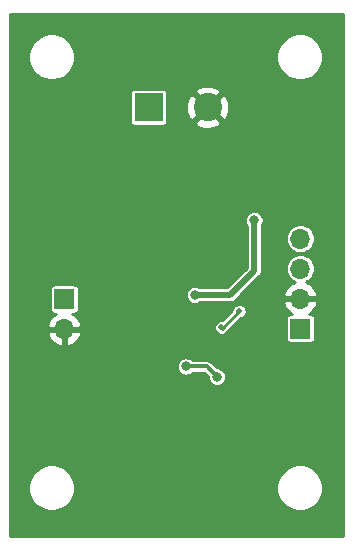
<source format=gbr>
%TF.GenerationSoftware,KiCad,Pcbnew,(5.1.10)-1*%
%TF.CreationDate,2021-09-08T10:04:32-05:00*%
%TF.ProjectId,bq25504_breakout_module,62713235-3530-4345-9f62-7265616b6f75,rev?*%
%TF.SameCoordinates,Original*%
%TF.FileFunction,Copper,L2,Bot*%
%TF.FilePolarity,Positive*%
%FSLAX46Y46*%
G04 Gerber Fmt 4.6, Leading zero omitted, Abs format (unit mm)*
G04 Created by KiCad (PCBNEW (5.1.10)-1) date 2021-09-08 10:04:32*
%MOMM*%
%LPD*%
G01*
G04 APERTURE LIST*
%TA.AperFunction,ComponentPad*%
%ADD10O,1.700000X1.700000*%
%TD*%
%TA.AperFunction,ComponentPad*%
%ADD11R,1.700000X1.700000*%
%TD*%
%TA.AperFunction,ComponentPad*%
%ADD12C,2.400000*%
%TD*%
%TA.AperFunction,ComponentPad*%
%ADD13R,2.400000X2.400000*%
%TD*%
%TA.AperFunction,ViaPad*%
%ADD14C,0.600000*%
%TD*%
%TA.AperFunction,ViaPad*%
%ADD15C,0.800000*%
%TD*%
%TA.AperFunction,ViaPad*%
%ADD16C,0.500000*%
%TD*%
%TA.AperFunction,Conductor*%
%ADD17C,0.508000*%
%TD*%
%TA.AperFunction,Conductor*%
%ADD18C,0.304800*%
%TD*%
%TA.AperFunction,Conductor*%
%ADD19C,0.254000*%
%TD*%
%TA.AperFunction,Conductor*%
%ADD20C,0.100000*%
%TD*%
G04 APERTURE END LIST*
D10*
%TO.P,J2,4*%
%TO.N,VBAT*%
X168000000Y-91380000D03*
%TO.P,J2,3*%
%TO.N,Net-(C5-Pad1)*%
X168000000Y-93920000D03*
%TO.P,J2,2*%
%TO.N,GND*%
X168000000Y-96460000D03*
D11*
%TO.P,J2,1*%
%TO.N,Net-(J2-Pad1)*%
X168000000Y-99000000D03*
%TD*%
D10*
%TO.P,J1,2*%
%TO.N,GND*%
X148000000Y-99040000D03*
D11*
%TO.P,J1,1*%
%TO.N,VDC*%
X148000000Y-96500000D03*
%TD*%
D12*
%TO.P,C4,2*%
%TO.N,GND*%
X160147000Y-80264000D03*
D13*
%TO.P,C4,1*%
%TO.N,VBAT*%
X155147000Y-80264000D03*
%TD*%
D14*
%TO.N,GND*%
X157589220Y-99720400D03*
X158483300Y-98823780D03*
X157604460Y-98808540D03*
X158478220Y-99712780D03*
D15*
X168351200Y-85267800D03*
X169164000Y-80137000D03*
X163576000Y-73406000D03*
X154432000Y-72898000D03*
X150850600Y-73406000D03*
X144678400Y-73406000D03*
X144373600Y-80187800D03*
X144399000Y-87122000D03*
X144475200Y-90474800D03*
X144475200Y-95224600D03*
X144272000Y-102006400D03*
X144246600Y-105333800D03*
X144018000Y-109905800D03*
X144322800Y-115493800D03*
X147599400Y-115824000D03*
X152095200Y-115773200D03*
X158343600Y-115671600D03*
X164566600Y-115646200D03*
X169824400Y-115722400D03*
X170815000Y-111099600D03*
X171018200Y-105333800D03*
X170942000Y-101600000D03*
X170662600Y-95910400D03*
X170713400Y-91541600D03*
X171043600Y-87426800D03*
X166268400Y-82321400D03*
X149555200Y-83693000D03*
X148869400Y-89027000D03*
X158394400Y-89535000D03*
X154508200Y-88493600D03*
X149479000Y-92100400D03*
X165023800Y-95631000D03*
X162280600Y-93624400D03*
X147955000Y-102616000D03*
X148031200Y-107188000D03*
X151282400Y-111912400D03*
X155422600Y-111658400D03*
X160451800Y-111582200D03*
X164642800Y-111277400D03*
X168046400Y-108204000D03*
X168071800Y-103835200D03*
X166852600Y-101041200D03*
%TO.N,VBAT*%
X159054800Y-96139000D03*
X164096700Y-89827100D03*
%TO.N,Net-(R1-Pad1)*%
X158292800Y-102209600D03*
X160934400Y-103073200D03*
D16*
%TO.N,Net-(J2-Pad1)*%
X161315400Y-98907600D03*
X162814000Y-97536000D03*
%TD*%
D17*
%TO.N,VBAT*%
X159029400Y-96139000D02*
X159054800Y-96139000D01*
X164109400Y-94107000D02*
X164109400Y-89839800D01*
X162077400Y-96139000D02*
X164109400Y-94107000D01*
X159054800Y-96139000D02*
X162077400Y-96139000D01*
D18*
%TO.N,Net-(R1-Pad1)*%
X160070800Y-102209600D02*
X160934400Y-103073200D01*
X158292800Y-102209600D02*
X160070800Y-102209600D01*
D19*
%TO.N,Net-(J2-Pad1)*%
X161340800Y-99009200D02*
X162814000Y-97536000D01*
%TD*%
%TO.N,GND*%
X171594001Y-116594000D02*
X143406000Y-116594000D01*
X143406000Y-112276089D01*
X144958000Y-112276089D01*
X144958000Y-112666311D01*
X145034129Y-113049036D01*
X145183461Y-113409555D01*
X145400257Y-113734014D01*
X145676186Y-114009943D01*
X146000645Y-114226739D01*
X146361164Y-114376071D01*
X146743889Y-114452200D01*
X147134111Y-114452200D01*
X147516836Y-114376071D01*
X147877355Y-114226739D01*
X148201814Y-114009943D01*
X148477743Y-113734014D01*
X148694539Y-113409555D01*
X148843871Y-113049036D01*
X148920000Y-112666311D01*
X148920000Y-112276089D01*
X165963800Y-112276089D01*
X165963800Y-112666311D01*
X166039929Y-113049036D01*
X166189261Y-113409555D01*
X166406057Y-113734014D01*
X166681986Y-114009943D01*
X167006445Y-114226739D01*
X167366964Y-114376071D01*
X167749689Y-114452200D01*
X168139911Y-114452200D01*
X168522636Y-114376071D01*
X168883155Y-114226739D01*
X169207614Y-114009943D01*
X169483543Y-113734014D01*
X169700339Y-113409555D01*
X169849671Y-113049036D01*
X169925800Y-112666311D01*
X169925800Y-112276089D01*
X169849671Y-111893364D01*
X169700339Y-111532845D01*
X169483543Y-111208386D01*
X169207614Y-110932457D01*
X168883155Y-110715661D01*
X168522636Y-110566329D01*
X168139911Y-110490200D01*
X167749689Y-110490200D01*
X167366964Y-110566329D01*
X167006445Y-110715661D01*
X166681986Y-110932457D01*
X166406057Y-111208386D01*
X166189261Y-111532845D01*
X166039929Y-111893364D01*
X165963800Y-112276089D01*
X148920000Y-112276089D01*
X148843871Y-111893364D01*
X148694539Y-111532845D01*
X148477743Y-111208386D01*
X148201814Y-110932457D01*
X147877355Y-110715661D01*
X147516836Y-110566329D01*
X147134111Y-110490200D01*
X146743889Y-110490200D01*
X146361164Y-110566329D01*
X146000645Y-110715661D01*
X145676186Y-110932457D01*
X145400257Y-111208386D01*
X145183461Y-111532845D01*
X145034129Y-111893364D01*
X144958000Y-112276089D01*
X143406000Y-112276089D01*
X143406000Y-102132678D01*
X157511800Y-102132678D01*
X157511800Y-102286522D01*
X157541813Y-102437409D01*
X157600687Y-102579542D01*
X157686158Y-102707459D01*
X157794941Y-102816242D01*
X157922858Y-102901713D01*
X158064991Y-102960587D01*
X158215878Y-102990600D01*
X158369722Y-102990600D01*
X158520609Y-102960587D01*
X158662742Y-102901713D01*
X158790659Y-102816242D01*
X158863901Y-102743000D01*
X159849859Y-102743000D01*
X160153400Y-103046541D01*
X160153400Y-103150122D01*
X160183413Y-103301009D01*
X160242287Y-103443142D01*
X160327758Y-103571059D01*
X160436541Y-103679842D01*
X160564458Y-103765313D01*
X160706591Y-103824187D01*
X160857478Y-103854200D01*
X161011322Y-103854200D01*
X161162209Y-103824187D01*
X161304342Y-103765313D01*
X161432259Y-103679842D01*
X161541042Y-103571059D01*
X161626513Y-103443142D01*
X161685387Y-103301009D01*
X161715400Y-103150122D01*
X161715400Y-102996278D01*
X161685387Y-102845391D01*
X161626513Y-102703258D01*
X161541042Y-102575341D01*
X161432259Y-102466558D01*
X161304342Y-102381087D01*
X161162209Y-102322213D01*
X161011322Y-102292200D01*
X160907741Y-102292200D01*
X160466496Y-101850955D01*
X160449795Y-101830605D01*
X160368575Y-101763949D01*
X160275911Y-101714419D01*
X160175365Y-101683919D01*
X160096995Y-101676200D01*
X160096987Y-101676200D01*
X160070800Y-101673621D01*
X160044613Y-101676200D01*
X158863901Y-101676200D01*
X158790659Y-101602958D01*
X158662742Y-101517487D01*
X158520609Y-101458613D01*
X158369722Y-101428600D01*
X158215878Y-101428600D01*
X158064991Y-101458613D01*
X157922858Y-101517487D01*
X157794941Y-101602958D01*
X157686158Y-101711741D01*
X157600687Y-101839658D01*
X157541813Y-101981791D01*
X157511800Y-102132678D01*
X143406000Y-102132678D01*
X143406000Y-99396890D01*
X146558524Y-99396890D01*
X146603175Y-99544099D01*
X146728359Y-99806920D01*
X146902412Y-100040269D01*
X147118645Y-100235178D01*
X147368748Y-100384157D01*
X147643109Y-100481481D01*
X147873000Y-100360814D01*
X147873000Y-99167000D01*
X148127000Y-99167000D01*
X148127000Y-100360814D01*
X148356891Y-100481481D01*
X148631252Y-100384157D01*
X148881355Y-100235178D01*
X149097588Y-100040269D01*
X149271641Y-99806920D01*
X149396825Y-99544099D01*
X149441476Y-99396890D01*
X149320155Y-99167000D01*
X148127000Y-99167000D01*
X147873000Y-99167000D01*
X146679845Y-99167000D01*
X146558524Y-99396890D01*
X143406000Y-99396890D01*
X143406000Y-98683110D01*
X146558524Y-98683110D01*
X146679845Y-98913000D01*
X147873000Y-98913000D01*
X147873000Y-98893000D01*
X148127000Y-98893000D01*
X148127000Y-98913000D01*
X149320155Y-98913000D01*
X149355802Y-98845452D01*
X160684400Y-98845452D01*
X160684400Y-98969748D01*
X160708649Y-99091656D01*
X160756215Y-99206491D01*
X160825270Y-99309839D01*
X160913161Y-99397730D01*
X161016509Y-99466785D01*
X161131344Y-99514351D01*
X161253252Y-99538600D01*
X161377548Y-99538600D01*
X161499456Y-99514351D01*
X161614291Y-99466785D01*
X161717639Y-99397730D01*
X161805530Y-99309839D01*
X161874585Y-99206491D01*
X161883534Y-99184886D01*
X162907696Y-98160725D01*
X162998056Y-98142751D01*
X163112891Y-98095185D01*
X163216239Y-98026130D01*
X163304130Y-97938239D01*
X163373185Y-97834891D01*
X163420751Y-97720056D01*
X163445000Y-97598148D01*
X163445000Y-97473852D01*
X163420751Y-97351944D01*
X163373185Y-97237109D01*
X163304130Y-97133761D01*
X163216239Y-97045870D01*
X163112891Y-96976815D01*
X162998056Y-96929249D01*
X162876148Y-96905000D01*
X162751852Y-96905000D01*
X162629944Y-96929249D01*
X162515109Y-96976815D01*
X162411761Y-97045870D01*
X162323870Y-97133761D01*
X162254815Y-97237109D01*
X162207249Y-97351944D01*
X162189275Y-97442304D01*
X161354980Y-98276600D01*
X161253252Y-98276600D01*
X161131344Y-98300849D01*
X161016509Y-98348415D01*
X160913161Y-98417470D01*
X160825270Y-98505361D01*
X160756215Y-98608709D01*
X160708649Y-98723544D01*
X160684400Y-98845452D01*
X149355802Y-98845452D01*
X149441476Y-98683110D01*
X149396825Y-98535901D01*
X149271641Y-98273080D01*
X149097588Y-98039731D01*
X148881355Y-97844822D01*
X148693367Y-97732843D01*
X148850000Y-97732843D01*
X148924689Y-97725487D01*
X148996508Y-97703701D01*
X149062696Y-97668322D01*
X149120711Y-97620711D01*
X149168322Y-97562696D01*
X149203701Y-97496508D01*
X149225487Y-97424689D01*
X149232843Y-97350000D01*
X149232843Y-96062078D01*
X158273800Y-96062078D01*
X158273800Y-96215922D01*
X158303813Y-96366809D01*
X158362687Y-96508942D01*
X158448158Y-96636859D01*
X158556941Y-96745642D01*
X158684858Y-96831113D01*
X158826991Y-96889987D01*
X158977878Y-96920000D01*
X159131722Y-96920000D01*
X159282609Y-96889987D01*
X159424742Y-96831113D01*
X159446028Y-96816890D01*
X166558524Y-96816890D01*
X166603175Y-96964099D01*
X166728359Y-97226920D01*
X166902412Y-97460269D01*
X167118645Y-97655178D01*
X167306633Y-97767157D01*
X167150000Y-97767157D01*
X167075311Y-97774513D01*
X167003492Y-97796299D01*
X166937304Y-97831678D01*
X166879289Y-97879289D01*
X166831678Y-97937304D01*
X166796299Y-98003492D01*
X166774513Y-98075311D01*
X166767157Y-98150000D01*
X166767157Y-99850000D01*
X166774513Y-99924689D01*
X166796299Y-99996508D01*
X166831678Y-100062696D01*
X166879289Y-100120711D01*
X166937304Y-100168322D01*
X167003492Y-100203701D01*
X167075311Y-100225487D01*
X167150000Y-100232843D01*
X168850000Y-100232843D01*
X168924689Y-100225487D01*
X168996508Y-100203701D01*
X169062696Y-100168322D01*
X169120711Y-100120711D01*
X169168322Y-100062696D01*
X169203701Y-99996508D01*
X169225487Y-99924689D01*
X169232843Y-99850000D01*
X169232843Y-98150000D01*
X169225487Y-98075311D01*
X169203701Y-98003492D01*
X169168322Y-97937304D01*
X169120711Y-97879289D01*
X169062696Y-97831678D01*
X168996508Y-97796299D01*
X168924689Y-97774513D01*
X168850000Y-97767157D01*
X168693367Y-97767157D01*
X168881355Y-97655178D01*
X169097588Y-97460269D01*
X169271641Y-97226920D01*
X169396825Y-96964099D01*
X169441476Y-96816890D01*
X169320155Y-96587000D01*
X168127000Y-96587000D01*
X168127000Y-96607000D01*
X167873000Y-96607000D01*
X167873000Y-96587000D01*
X166679845Y-96587000D01*
X166558524Y-96816890D01*
X159446028Y-96816890D01*
X159510218Y-96774000D01*
X162046219Y-96774000D01*
X162077400Y-96777071D01*
X162108581Y-96774000D01*
X162108592Y-96774000D01*
X162201882Y-96764812D01*
X162321580Y-96728502D01*
X162431894Y-96669537D01*
X162528585Y-96590185D01*
X162548474Y-96565950D01*
X163011314Y-96103110D01*
X166558524Y-96103110D01*
X166679845Y-96333000D01*
X167873000Y-96333000D01*
X167873000Y-96313000D01*
X168127000Y-96313000D01*
X168127000Y-96333000D01*
X169320155Y-96333000D01*
X169441476Y-96103110D01*
X169396825Y-95955901D01*
X169271641Y-95693080D01*
X169097588Y-95459731D01*
X168881355Y-95264822D01*
X168631252Y-95115843D01*
X168468832Y-95058228D01*
X168583097Y-95010898D01*
X168784717Y-94876180D01*
X168956180Y-94704717D01*
X169090898Y-94503097D01*
X169183693Y-94279069D01*
X169231000Y-94041243D01*
X169231000Y-93798757D01*
X169183693Y-93560931D01*
X169090898Y-93336903D01*
X168956180Y-93135283D01*
X168784717Y-92963820D01*
X168583097Y-92829102D01*
X168359069Y-92736307D01*
X168121243Y-92689000D01*
X167878757Y-92689000D01*
X167640931Y-92736307D01*
X167416903Y-92829102D01*
X167215283Y-92963820D01*
X167043820Y-93135283D01*
X166909102Y-93336903D01*
X166816307Y-93560931D01*
X166769000Y-93798757D01*
X166769000Y-94041243D01*
X166816307Y-94279069D01*
X166909102Y-94503097D01*
X167043820Y-94704717D01*
X167215283Y-94876180D01*
X167416903Y-95010898D01*
X167531168Y-95058228D01*
X167368748Y-95115843D01*
X167118645Y-95264822D01*
X166902412Y-95459731D01*
X166728359Y-95693080D01*
X166603175Y-95955901D01*
X166558524Y-96103110D01*
X163011314Y-96103110D01*
X164536356Y-94578069D01*
X164560585Y-94558185D01*
X164595635Y-94515476D01*
X164639938Y-94461494D01*
X164698902Y-94351180D01*
X164698902Y-94351179D01*
X164735212Y-94231482D01*
X164744400Y-94138192D01*
X164744400Y-94138181D01*
X164747471Y-94107000D01*
X164744400Y-94075819D01*
X164744400Y-91258757D01*
X166769000Y-91258757D01*
X166769000Y-91501243D01*
X166816307Y-91739069D01*
X166909102Y-91963097D01*
X167043820Y-92164717D01*
X167215283Y-92336180D01*
X167416903Y-92470898D01*
X167640931Y-92563693D01*
X167878757Y-92611000D01*
X168121243Y-92611000D01*
X168359069Y-92563693D01*
X168583097Y-92470898D01*
X168784717Y-92336180D01*
X168956180Y-92164717D01*
X169090898Y-91963097D01*
X169183693Y-91739069D01*
X169231000Y-91501243D01*
X169231000Y-91258757D01*
X169183693Y-91020931D01*
X169090898Y-90796903D01*
X168956180Y-90595283D01*
X168784717Y-90423820D01*
X168583097Y-90289102D01*
X168359069Y-90196307D01*
X168121243Y-90149000D01*
X167878757Y-90149000D01*
X167640931Y-90196307D01*
X167416903Y-90289102D01*
X167215283Y-90423820D01*
X167043820Y-90595283D01*
X166909102Y-90796903D01*
X166816307Y-91020931D01*
X166769000Y-91258757D01*
X164744400Y-91258757D01*
X164744400Y-90263511D01*
X164788813Y-90197042D01*
X164847687Y-90054909D01*
X164877700Y-89904022D01*
X164877700Y-89750178D01*
X164847687Y-89599291D01*
X164788813Y-89457158D01*
X164703342Y-89329241D01*
X164594559Y-89220458D01*
X164466642Y-89134987D01*
X164324509Y-89076113D01*
X164173622Y-89046100D01*
X164019778Y-89046100D01*
X163868891Y-89076113D01*
X163726758Y-89134987D01*
X163598841Y-89220458D01*
X163490058Y-89329241D01*
X163404587Y-89457158D01*
X163345713Y-89599291D01*
X163315700Y-89750178D01*
X163315700Y-89904022D01*
X163345713Y-90054909D01*
X163404587Y-90197042D01*
X163474401Y-90301526D01*
X163474400Y-93843975D01*
X161814376Y-95504000D01*
X159510218Y-95504000D01*
X159424742Y-95446887D01*
X159282609Y-95388013D01*
X159131722Y-95358000D01*
X158977878Y-95358000D01*
X158826991Y-95388013D01*
X158684858Y-95446887D01*
X158556941Y-95532358D01*
X158448158Y-95641141D01*
X158362687Y-95769058D01*
X158303813Y-95911191D01*
X158273800Y-96062078D01*
X149232843Y-96062078D01*
X149232843Y-95650000D01*
X149225487Y-95575311D01*
X149203701Y-95503492D01*
X149168322Y-95437304D01*
X149120711Y-95379289D01*
X149062696Y-95331678D01*
X148996508Y-95296299D01*
X148924689Y-95274513D01*
X148850000Y-95267157D01*
X147150000Y-95267157D01*
X147075311Y-95274513D01*
X147003492Y-95296299D01*
X146937304Y-95331678D01*
X146879289Y-95379289D01*
X146831678Y-95437304D01*
X146796299Y-95503492D01*
X146774513Y-95575311D01*
X146767157Y-95650000D01*
X146767157Y-97350000D01*
X146774513Y-97424689D01*
X146796299Y-97496508D01*
X146831678Y-97562696D01*
X146879289Y-97620711D01*
X146937304Y-97668322D01*
X147003492Y-97703701D01*
X147075311Y-97725487D01*
X147150000Y-97732843D01*
X147306633Y-97732843D01*
X147118645Y-97844822D01*
X146902412Y-98039731D01*
X146728359Y-98273080D01*
X146603175Y-98535901D01*
X146558524Y-98683110D01*
X143406000Y-98683110D01*
X143406000Y-79064000D01*
X153564157Y-79064000D01*
X153564157Y-81464000D01*
X153571513Y-81538689D01*
X153593299Y-81610508D01*
X153628678Y-81676696D01*
X153676289Y-81734711D01*
X153734304Y-81782322D01*
X153800492Y-81817701D01*
X153872311Y-81839487D01*
X153947000Y-81846843D01*
X156347000Y-81846843D01*
X156421689Y-81839487D01*
X156493508Y-81817701D01*
X156559696Y-81782322D01*
X156617711Y-81734711D01*
X156665322Y-81676696D01*
X156700701Y-81610508D01*
X156721488Y-81541980D01*
X159048626Y-81541980D01*
X159168514Y-81826836D01*
X159492210Y-81987699D01*
X159841069Y-82082322D01*
X160201684Y-82107067D01*
X160560198Y-82060985D01*
X160902833Y-81945846D01*
X161125486Y-81826836D01*
X161245374Y-81541980D01*
X160147000Y-80443605D01*
X159048626Y-81541980D01*
X156721488Y-81541980D01*
X156722487Y-81538689D01*
X156729843Y-81464000D01*
X156729843Y-80318684D01*
X158303933Y-80318684D01*
X158350015Y-80677198D01*
X158465154Y-81019833D01*
X158584164Y-81242486D01*
X158869020Y-81362374D01*
X159967395Y-80264000D01*
X160326605Y-80264000D01*
X161424980Y-81362374D01*
X161709836Y-81242486D01*
X161870699Y-80918790D01*
X161965322Y-80569931D01*
X161990067Y-80209316D01*
X161943985Y-79850802D01*
X161828846Y-79508167D01*
X161709836Y-79285514D01*
X161424980Y-79165626D01*
X160326605Y-80264000D01*
X159967395Y-80264000D01*
X158869020Y-79165626D01*
X158584164Y-79285514D01*
X158423301Y-79609210D01*
X158328678Y-79958069D01*
X158303933Y-80318684D01*
X156729843Y-80318684D01*
X156729843Y-79064000D01*
X156722487Y-78989311D01*
X156721489Y-78986020D01*
X159048626Y-78986020D01*
X160147000Y-80084395D01*
X161245374Y-78986020D01*
X161125486Y-78701164D01*
X160801790Y-78540301D01*
X160452931Y-78445678D01*
X160092316Y-78420933D01*
X159733802Y-78467015D01*
X159391167Y-78582154D01*
X159168514Y-78701164D01*
X159048626Y-78986020D01*
X156721489Y-78986020D01*
X156700701Y-78917492D01*
X156665322Y-78851304D01*
X156617711Y-78793289D01*
X156559696Y-78745678D01*
X156493508Y-78710299D01*
X156421689Y-78688513D01*
X156347000Y-78681157D01*
X153947000Y-78681157D01*
X153872311Y-78688513D01*
X153800492Y-78710299D01*
X153734304Y-78745678D01*
X153676289Y-78793289D01*
X153628678Y-78851304D01*
X153593299Y-78917492D01*
X153571513Y-78989311D01*
X153564157Y-79064000D01*
X143406000Y-79064000D01*
X143406000Y-75801689D01*
X144958000Y-75801689D01*
X144958000Y-76191911D01*
X145034129Y-76574636D01*
X145183461Y-76935155D01*
X145400257Y-77259614D01*
X145676186Y-77535543D01*
X146000645Y-77752339D01*
X146361164Y-77901671D01*
X146743889Y-77977800D01*
X147134111Y-77977800D01*
X147516836Y-77901671D01*
X147877355Y-77752339D01*
X148201814Y-77535543D01*
X148477743Y-77259614D01*
X148694539Y-76935155D01*
X148843871Y-76574636D01*
X148920000Y-76191911D01*
X148920000Y-75801689D01*
X165963800Y-75801689D01*
X165963800Y-76191911D01*
X166039929Y-76574636D01*
X166189261Y-76935155D01*
X166406057Y-77259614D01*
X166681986Y-77535543D01*
X167006445Y-77752339D01*
X167366964Y-77901671D01*
X167749689Y-77977800D01*
X168139911Y-77977800D01*
X168522636Y-77901671D01*
X168883155Y-77752339D01*
X169207614Y-77535543D01*
X169483543Y-77259614D01*
X169700339Y-76935155D01*
X169849671Y-76574636D01*
X169925800Y-76191911D01*
X169925800Y-75801689D01*
X169849671Y-75418964D01*
X169700339Y-75058445D01*
X169483543Y-74733986D01*
X169207614Y-74458057D01*
X168883155Y-74241261D01*
X168522636Y-74091929D01*
X168139911Y-74015800D01*
X167749689Y-74015800D01*
X167366964Y-74091929D01*
X167006445Y-74241261D01*
X166681986Y-74458057D01*
X166406057Y-74733986D01*
X166189261Y-75058445D01*
X166039929Y-75418964D01*
X165963800Y-75801689D01*
X148920000Y-75801689D01*
X148843871Y-75418964D01*
X148694539Y-75058445D01*
X148477743Y-74733986D01*
X148201814Y-74458057D01*
X147877355Y-74241261D01*
X147516836Y-74091929D01*
X147134111Y-74015800D01*
X146743889Y-74015800D01*
X146361164Y-74091929D01*
X146000645Y-74241261D01*
X145676186Y-74458057D01*
X145400257Y-74733986D01*
X145183461Y-75058445D01*
X145034129Y-75418964D01*
X144958000Y-75801689D01*
X143406000Y-75801689D01*
X143406000Y-72406000D01*
X171594000Y-72406000D01*
X171594001Y-116594000D01*
%TA.AperFunction,Conductor*%
D20*
G36*
X171594001Y-116594000D02*
G01*
X143406000Y-116594000D01*
X143406000Y-112276089D01*
X144958000Y-112276089D01*
X144958000Y-112666311D01*
X145034129Y-113049036D01*
X145183461Y-113409555D01*
X145400257Y-113734014D01*
X145676186Y-114009943D01*
X146000645Y-114226739D01*
X146361164Y-114376071D01*
X146743889Y-114452200D01*
X147134111Y-114452200D01*
X147516836Y-114376071D01*
X147877355Y-114226739D01*
X148201814Y-114009943D01*
X148477743Y-113734014D01*
X148694539Y-113409555D01*
X148843871Y-113049036D01*
X148920000Y-112666311D01*
X148920000Y-112276089D01*
X165963800Y-112276089D01*
X165963800Y-112666311D01*
X166039929Y-113049036D01*
X166189261Y-113409555D01*
X166406057Y-113734014D01*
X166681986Y-114009943D01*
X167006445Y-114226739D01*
X167366964Y-114376071D01*
X167749689Y-114452200D01*
X168139911Y-114452200D01*
X168522636Y-114376071D01*
X168883155Y-114226739D01*
X169207614Y-114009943D01*
X169483543Y-113734014D01*
X169700339Y-113409555D01*
X169849671Y-113049036D01*
X169925800Y-112666311D01*
X169925800Y-112276089D01*
X169849671Y-111893364D01*
X169700339Y-111532845D01*
X169483543Y-111208386D01*
X169207614Y-110932457D01*
X168883155Y-110715661D01*
X168522636Y-110566329D01*
X168139911Y-110490200D01*
X167749689Y-110490200D01*
X167366964Y-110566329D01*
X167006445Y-110715661D01*
X166681986Y-110932457D01*
X166406057Y-111208386D01*
X166189261Y-111532845D01*
X166039929Y-111893364D01*
X165963800Y-112276089D01*
X148920000Y-112276089D01*
X148843871Y-111893364D01*
X148694539Y-111532845D01*
X148477743Y-111208386D01*
X148201814Y-110932457D01*
X147877355Y-110715661D01*
X147516836Y-110566329D01*
X147134111Y-110490200D01*
X146743889Y-110490200D01*
X146361164Y-110566329D01*
X146000645Y-110715661D01*
X145676186Y-110932457D01*
X145400257Y-111208386D01*
X145183461Y-111532845D01*
X145034129Y-111893364D01*
X144958000Y-112276089D01*
X143406000Y-112276089D01*
X143406000Y-102132678D01*
X157511800Y-102132678D01*
X157511800Y-102286522D01*
X157541813Y-102437409D01*
X157600687Y-102579542D01*
X157686158Y-102707459D01*
X157794941Y-102816242D01*
X157922858Y-102901713D01*
X158064991Y-102960587D01*
X158215878Y-102990600D01*
X158369722Y-102990600D01*
X158520609Y-102960587D01*
X158662742Y-102901713D01*
X158790659Y-102816242D01*
X158863901Y-102743000D01*
X159849859Y-102743000D01*
X160153400Y-103046541D01*
X160153400Y-103150122D01*
X160183413Y-103301009D01*
X160242287Y-103443142D01*
X160327758Y-103571059D01*
X160436541Y-103679842D01*
X160564458Y-103765313D01*
X160706591Y-103824187D01*
X160857478Y-103854200D01*
X161011322Y-103854200D01*
X161162209Y-103824187D01*
X161304342Y-103765313D01*
X161432259Y-103679842D01*
X161541042Y-103571059D01*
X161626513Y-103443142D01*
X161685387Y-103301009D01*
X161715400Y-103150122D01*
X161715400Y-102996278D01*
X161685387Y-102845391D01*
X161626513Y-102703258D01*
X161541042Y-102575341D01*
X161432259Y-102466558D01*
X161304342Y-102381087D01*
X161162209Y-102322213D01*
X161011322Y-102292200D01*
X160907741Y-102292200D01*
X160466496Y-101850955D01*
X160449795Y-101830605D01*
X160368575Y-101763949D01*
X160275911Y-101714419D01*
X160175365Y-101683919D01*
X160096995Y-101676200D01*
X160096987Y-101676200D01*
X160070800Y-101673621D01*
X160044613Y-101676200D01*
X158863901Y-101676200D01*
X158790659Y-101602958D01*
X158662742Y-101517487D01*
X158520609Y-101458613D01*
X158369722Y-101428600D01*
X158215878Y-101428600D01*
X158064991Y-101458613D01*
X157922858Y-101517487D01*
X157794941Y-101602958D01*
X157686158Y-101711741D01*
X157600687Y-101839658D01*
X157541813Y-101981791D01*
X157511800Y-102132678D01*
X143406000Y-102132678D01*
X143406000Y-99396890D01*
X146558524Y-99396890D01*
X146603175Y-99544099D01*
X146728359Y-99806920D01*
X146902412Y-100040269D01*
X147118645Y-100235178D01*
X147368748Y-100384157D01*
X147643109Y-100481481D01*
X147873000Y-100360814D01*
X147873000Y-99167000D01*
X148127000Y-99167000D01*
X148127000Y-100360814D01*
X148356891Y-100481481D01*
X148631252Y-100384157D01*
X148881355Y-100235178D01*
X149097588Y-100040269D01*
X149271641Y-99806920D01*
X149396825Y-99544099D01*
X149441476Y-99396890D01*
X149320155Y-99167000D01*
X148127000Y-99167000D01*
X147873000Y-99167000D01*
X146679845Y-99167000D01*
X146558524Y-99396890D01*
X143406000Y-99396890D01*
X143406000Y-98683110D01*
X146558524Y-98683110D01*
X146679845Y-98913000D01*
X147873000Y-98913000D01*
X147873000Y-98893000D01*
X148127000Y-98893000D01*
X148127000Y-98913000D01*
X149320155Y-98913000D01*
X149355802Y-98845452D01*
X160684400Y-98845452D01*
X160684400Y-98969748D01*
X160708649Y-99091656D01*
X160756215Y-99206491D01*
X160825270Y-99309839D01*
X160913161Y-99397730D01*
X161016509Y-99466785D01*
X161131344Y-99514351D01*
X161253252Y-99538600D01*
X161377548Y-99538600D01*
X161499456Y-99514351D01*
X161614291Y-99466785D01*
X161717639Y-99397730D01*
X161805530Y-99309839D01*
X161874585Y-99206491D01*
X161883534Y-99184886D01*
X162907696Y-98160725D01*
X162998056Y-98142751D01*
X163112891Y-98095185D01*
X163216239Y-98026130D01*
X163304130Y-97938239D01*
X163373185Y-97834891D01*
X163420751Y-97720056D01*
X163445000Y-97598148D01*
X163445000Y-97473852D01*
X163420751Y-97351944D01*
X163373185Y-97237109D01*
X163304130Y-97133761D01*
X163216239Y-97045870D01*
X163112891Y-96976815D01*
X162998056Y-96929249D01*
X162876148Y-96905000D01*
X162751852Y-96905000D01*
X162629944Y-96929249D01*
X162515109Y-96976815D01*
X162411761Y-97045870D01*
X162323870Y-97133761D01*
X162254815Y-97237109D01*
X162207249Y-97351944D01*
X162189275Y-97442304D01*
X161354980Y-98276600D01*
X161253252Y-98276600D01*
X161131344Y-98300849D01*
X161016509Y-98348415D01*
X160913161Y-98417470D01*
X160825270Y-98505361D01*
X160756215Y-98608709D01*
X160708649Y-98723544D01*
X160684400Y-98845452D01*
X149355802Y-98845452D01*
X149441476Y-98683110D01*
X149396825Y-98535901D01*
X149271641Y-98273080D01*
X149097588Y-98039731D01*
X148881355Y-97844822D01*
X148693367Y-97732843D01*
X148850000Y-97732843D01*
X148924689Y-97725487D01*
X148996508Y-97703701D01*
X149062696Y-97668322D01*
X149120711Y-97620711D01*
X149168322Y-97562696D01*
X149203701Y-97496508D01*
X149225487Y-97424689D01*
X149232843Y-97350000D01*
X149232843Y-96062078D01*
X158273800Y-96062078D01*
X158273800Y-96215922D01*
X158303813Y-96366809D01*
X158362687Y-96508942D01*
X158448158Y-96636859D01*
X158556941Y-96745642D01*
X158684858Y-96831113D01*
X158826991Y-96889987D01*
X158977878Y-96920000D01*
X159131722Y-96920000D01*
X159282609Y-96889987D01*
X159424742Y-96831113D01*
X159446028Y-96816890D01*
X166558524Y-96816890D01*
X166603175Y-96964099D01*
X166728359Y-97226920D01*
X166902412Y-97460269D01*
X167118645Y-97655178D01*
X167306633Y-97767157D01*
X167150000Y-97767157D01*
X167075311Y-97774513D01*
X167003492Y-97796299D01*
X166937304Y-97831678D01*
X166879289Y-97879289D01*
X166831678Y-97937304D01*
X166796299Y-98003492D01*
X166774513Y-98075311D01*
X166767157Y-98150000D01*
X166767157Y-99850000D01*
X166774513Y-99924689D01*
X166796299Y-99996508D01*
X166831678Y-100062696D01*
X166879289Y-100120711D01*
X166937304Y-100168322D01*
X167003492Y-100203701D01*
X167075311Y-100225487D01*
X167150000Y-100232843D01*
X168850000Y-100232843D01*
X168924689Y-100225487D01*
X168996508Y-100203701D01*
X169062696Y-100168322D01*
X169120711Y-100120711D01*
X169168322Y-100062696D01*
X169203701Y-99996508D01*
X169225487Y-99924689D01*
X169232843Y-99850000D01*
X169232843Y-98150000D01*
X169225487Y-98075311D01*
X169203701Y-98003492D01*
X169168322Y-97937304D01*
X169120711Y-97879289D01*
X169062696Y-97831678D01*
X168996508Y-97796299D01*
X168924689Y-97774513D01*
X168850000Y-97767157D01*
X168693367Y-97767157D01*
X168881355Y-97655178D01*
X169097588Y-97460269D01*
X169271641Y-97226920D01*
X169396825Y-96964099D01*
X169441476Y-96816890D01*
X169320155Y-96587000D01*
X168127000Y-96587000D01*
X168127000Y-96607000D01*
X167873000Y-96607000D01*
X167873000Y-96587000D01*
X166679845Y-96587000D01*
X166558524Y-96816890D01*
X159446028Y-96816890D01*
X159510218Y-96774000D01*
X162046219Y-96774000D01*
X162077400Y-96777071D01*
X162108581Y-96774000D01*
X162108592Y-96774000D01*
X162201882Y-96764812D01*
X162321580Y-96728502D01*
X162431894Y-96669537D01*
X162528585Y-96590185D01*
X162548474Y-96565950D01*
X163011314Y-96103110D01*
X166558524Y-96103110D01*
X166679845Y-96333000D01*
X167873000Y-96333000D01*
X167873000Y-96313000D01*
X168127000Y-96313000D01*
X168127000Y-96333000D01*
X169320155Y-96333000D01*
X169441476Y-96103110D01*
X169396825Y-95955901D01*
X169271641Y-95693080D01*
X169097588Y-95459731D01*
X168881355Y-95264822D01*
X168631252Y-95115843D01*
X168468832Y-95058228D01*
X168583097Y-95010898D01*
X168784717Y-94876180D01*
X168956180Y-94704717D01*
X169090898Y-94503097D01*
X169183693Y-94279069D01*
X169231000Y-94041243D01*
X169231000Y-93798757D01*
X169183693Y-93560931D01*
X169090898Y-93336903D01*
X168956180Y-93135283D01*
X168784717Y-92963820D01*
X168583097Y-92829102D01*
X168359069Y-92736307D01*
X168121243Y-92689000D01*
X167878757Y-92689000D01*
X167640931Y-92736307D01*
X167416903Y-92829102D01*
X167215283Y-92963820D01*
X167043820Y-93135283D01*
X166909102Y-93336903D01*
X166816307Y-93560931D01*
X166769000Y-93798757D01*
X166769000Y-94041243D01*
X166816307Y-94279069D01*
X166909102Y-94503097D01*
X167043820Y-94704717D01*
X167215283Y-94876180D01*
X167416903Y-95010898D01*
X167531168Y-95058228D01*
X167368748Y-95115843D01*
X167118645Y-95264822D01*
X166902412Y-95459731D01*
X166728359Y-95693080D01*
X166603175Y-95955901D01*
X166558524Y-96103110D01*
X163011314Y-96103110D01*
X164536356Y-94578069D01*
X164560585Y-94558185D01*
X164595635Y-94515476D01*
X164639938Y-94461494D01*
X164698902Y-94351180D01*
X164698902Y-94351179D01*
X164735212Y-94231482D01*
X164744400Y-94138192D01*
X164744400Y-94138181D01*
X164747471Y-94107000D01*
X164744400Y-94075819D01*
X164744400Y-91258757D01*
X166769000Y-91258757D01*
X166769000Y-91501243D01*
X166816307Y-91739069D01*
X166909102Y-91963097D01*
X167043820Y-92164717D01*
X167215283Y-92336180D01*
X167416903Y-92470898D01*
X167640931Y-92563693D01*
X167878757Y-92611000D01*
X168121243Y-92611000D01*
X168359069Y-92563693D01*
X168583097Y-92470898D01*
X168784717Y-92336180D01*
X168956180Y-92164717D01*
X169090898Y-91963097D01*
X169183693Y-91739069D01*
X169231000Y-91501243D01*
X169231000Y-91258757D01*
X169183693Y-91020931D01*
X169090898Y-90796903D01*
X168956180Y-90595283D01*
X168784717Y-90423820D01*
X168583097Y-90289102D01*
X168359069Y-90196307D01*
X168121243Y-90149000D01*
X167878757Y-90149000D01*
X167640931Y-90196307D01*
X167416903Y-90289102D01*
X167215283Y-90423820D01*
X167043820Y-90595283D01*
X166909102Y-90796903D01*
X166816307Y-91020931D01*
X166769000Y-91258757D01*
X164744400Y-91258757D01*
X164744400Y-90263511D01*
X164788813Y-90197042D01*
X164847687Y-90054909D01*
X164877700Y-89904022D01*
X164877700Y-89750178D01*
X164847687Y-89599291D01*
X164788813Y-89457158D01*
X164703342Y-89329241D01*
X164594559Y-89220458D01*
X164466642Y-89134987D01*
X164324509Y-89076113D01*
X164173622Y-89046100D01*
X164019778Y-89046100D01*
X163868891Y-89076113D01*
X163726758Y-89134987D01*
X163598841Y-89220458D01*
X163490058Y-89329241D01*
X163404587Y-89457158D01*
X163345713Y-89599291D01*
X163315700Y-89750178D01*
X163315700Y-89904022D01*
X163345713Y-90054909D01*
X163404587Y-90197042D01*
X163474401Y-90301526D01*
X163474400Y-93843975D01*
X161814376Y-95504000D01*
X159510218Y-95504000D01*
X159424742Y-95446887D01*
X159282609Y-95388013D01*
X159131722Y-95358000D01*
X158977878Y-95358000D01*
X158826991Y-95388013D01*
X158684858Y-95446887D01*
X158556941Y-95532358D01*
X158448158Y-95641141D01*
X158362687Y-95769058D01*
X158303813Y-95911191D01*
X158273800Y-96062078D01*
X149232843Y-96062078D01*
X149232843Y-95650000D01*
X149225487Y-95575311D01*
X149203701Y-95503492D01*
X149168322Y-95437304D01*
X149120711Y-95379289D01*
X149062696Y-95331678D01*
X148996508Y-95296299D01*
X148924689Y-95274513D01*
X148850000Y-95267157D01*
X147150000Y-95267157D01*
X147075311Y-95274513D01*
X147003492Y-95296299D01*
X146937304Y-95331678D01*
X146879289Y-95379289D01*
X146831678Y-95437304D01*
X146796299Y-95503492D01*
X146774513Y-95575311D01*
X146767157Y-95650000D01*
X146767157Y-97350000D01*
X146774513Y-97424689D01*
X146796299Y-97496508D01*
X146831678Y-97562696D01*
X146879289Y-97620711D01*
X146937304Y-97668322D01*
X147003492Y-97703701D01*
X147075311Y-97725487D01*
X147150000Y-97732843D01*
X147306633Y-97732843D01*
X147118645Y-97844822D01*
X146902412Y-98039731D01*
X146728359Y-98273080D01*
X146603175Y-98535901D01*
X146558524Y-98683110D01*
X143406000Y-98683110D01*
X143406000Y-79064000D01*
X153564157Y-79064000D01*
X153564157Y-81464000D01*
X153571513Y-81538689D01*
X153593299Y-81610508D01*
X153628678Y-81676696D01*
X153676289Y-81734711D01*
X153734304Y-81782322D01*
X153800492Y-81817701D01*
X153872311Y-81839487D01*
X153947000Y-81846843D01*
X156347000Y-81846843D01*
X156421689Y-81839487D01*
X156493508Y-81817701D01*
X156559696Y-81782322D01*
X156617711Y-81734711D01*
X156665322Y-81676696D01*
X156700701Y-81610508D01*
X156721488Y-81541980D01*
X159048626Y-81541980D01*
X159168514Y-81826836D01*
X159492210Y-81987699D01*
X159841069Y-82082322D01*
X160201684Y-82107067D01*
X160560198Y-82060985D01*
X160902833Y-81945846D01*
X161125486Y-81826836D01*
X161245374Y-81541980D01*
X160147000Y-80443605D01*
X159048626Y-81541980D01*
X156721488Y-81541980D01*
X156722487Y-81538689D01*
X156729843Y-81464000D01*
X156729843Y-80318684D01*
X158303933Y-80318684D01*
X158350015Y-80677198D01*
X158465154Y-81019833D01*
X158584164Y-81242486D01*
X158869020Y-81362374D01*
X159967395Y-80264000D01*
X160326605Y-80264000D01*
X161424980Y-81362374D01*
X161709836Y-81242486D01*
X161870699Y-80918790D01*
X161965322Y-80569931D01*
X161990067Y-80209316D01*
X161943985Y-79850802D01*
X161828846Y-79508167D01*
X161709836Y-79285514D01*
X161424980Y-79165626D01*
X160326605Y-80264000D01*
X159967395Y-80264000D01*
X158869020Y-79165626D01*
X158584164Y-79285514D01*
X158423301Y-79609210D01*
X158328678Y-79958069D01*
X158303933Y-80318684D01*
X156729843Y-80318684D01*
X156729843Y-79064000D01*
X156722487Y-78989311D01*
X156721489Y-78986020D01*
X159048626Y-78986020D01*
X160147000Y-80084395D01*
X161245374Y-78986020D01*
X161125486Y-78701164D01*
X160801790Y-78540301D01*
X160452931Y-78445678D01*
X160092316Y-78420933D01*
X159733802Y-78467015D01*
X159391167Y-78582154D01*
X159168514Y-78701164D01*
X159048626Y-78986020D01*
X156721489Y-78986020D01*
X156700701Y-78917492D01*
X156665322Y-78851304D01*
X156617711Y-78793289D01*
X156559696Y-78745678D01*
X156493508Y-78710299D01*
X156421689Y-78688513D01*
X156347000Y-78681157D01*
X153947000Y-78681157D01*
X153872311Y-78688513D01*
X153800492Y-78710299D01*
X153734304Y-78745678D01*
X153676289Y-78793289D01*
X153628678Y-78851304D01*
X153593299Y-78917492D01*
X153571513Y-78989311D01*
X153564157Y-79064000D01*
X143406000Y-79064000D01*
X143406000Y-75801689D01*
X144958000Y-75801689D01*
X144958000Y-76191911D01*
X145034129Y-76574636D01*
X145183461Y-76935155D01*
X145400257Y-77259614D01*
X145676186Y-77535543D01*
X146000645Y-77752339D01*
X146361164Y-77901671D01*
X146743889Y-77977800D01*
X147134111Y-77977800D01*
X147516836Y-77901671D01*
X147877355Y-77752339D01*
X148201814Y-77535543D01*
X148477743Y-77259614D01*
X148694539Y-76935155D01*
X148843871Y-76574636D01*
X148920000Y-76191911D01*
X148920000Y-75801689D01*
X165963800Y-75801689D01*
X165963800Y-76191911D01*
X166039929Y-76574636D01*
X166189261Y-76935155D01*
X166406057Y-77259614D01*
X166681986Y-77535543D01*
X167006445Y-77752339D01*
X167366964Y-77901671D01*
X167749689Y-77977800D01*
X168139911Y-77977800D01*
X168522636Y-77901671D01*
X168883155Y-77752339D01*
X169207614Y-77535543D01*
X169483543Y-77259614D01*
X169700339Y-76935155D01*
X169849671Y-76574636D01*
X169925800Y-76191911D01*
X169925800Y-75801689D01*
X169849671Y-75418964D01*
X169700339Y-75058445D01*
X169483543Y-74733986D01*
X169207614Y-74458057D01*
X168883155Y-74241261D01*
X168522636Y-74091929D01*
X168139911Y-74015800D01*
X167749689Y-74015800D01*
X167366964Y-74091929D01*
X167006445Y-74241261D01*
X166681986Y-74458057D01*
X166406057Y-74733986D01*
X166189261Y-75058445D01*
X166039929Y-75418964D01*
X165963800Y-75801689D01*
X148920000Y-75801689D01*
X148843871Y-75418964D01*
X148694539Y-75058445D01*
X148477743Y-74733986D01*
X148201814Y-74458057D01*
X147877355Y-74241261D01*
X147516836Y-74091929D01*
X147134111Y-74015800D01*
X146743889Y-74015800D01*
X146361164Y-74091929D01*
X146000645Y-74241261D01*
X145676186Y-74458057D01*
X145400257Y-74733986D01*
X145183461Y-75058445D01*
X145034129Y-75418964D01*
X144958000Y-75801689D01*
X143406000Y-75801689D01*
X143406000Y-72406000D01*
X171594000Y-72406000D01*
X171594001Y-116594000D01*
G37*
%TD.AperFunction*%
%TD*%
M02*

</source>
